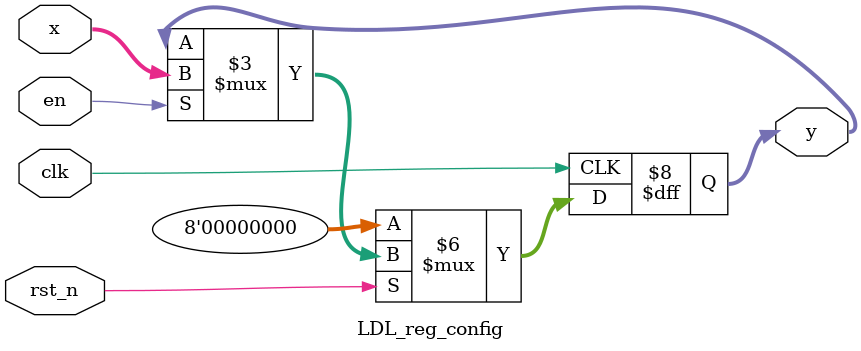
<source format=sv>

module  LDL_reg_config
#(parameter
    WIDTH  = 8
)(
     input                     clk
   , input                     rst_n  // 0 is reset
   , input                     en     // 1 is enable
   , input       [WIDTH -1:0]  x
   ,output reg   [WIDTH -1:0]  y
);

always @(posedge clk)
    if (!rst_n)
        y  <=  '0;
    else if (en)
        y  <=   x;


endmodule // Logic Design Lib.


</source>
